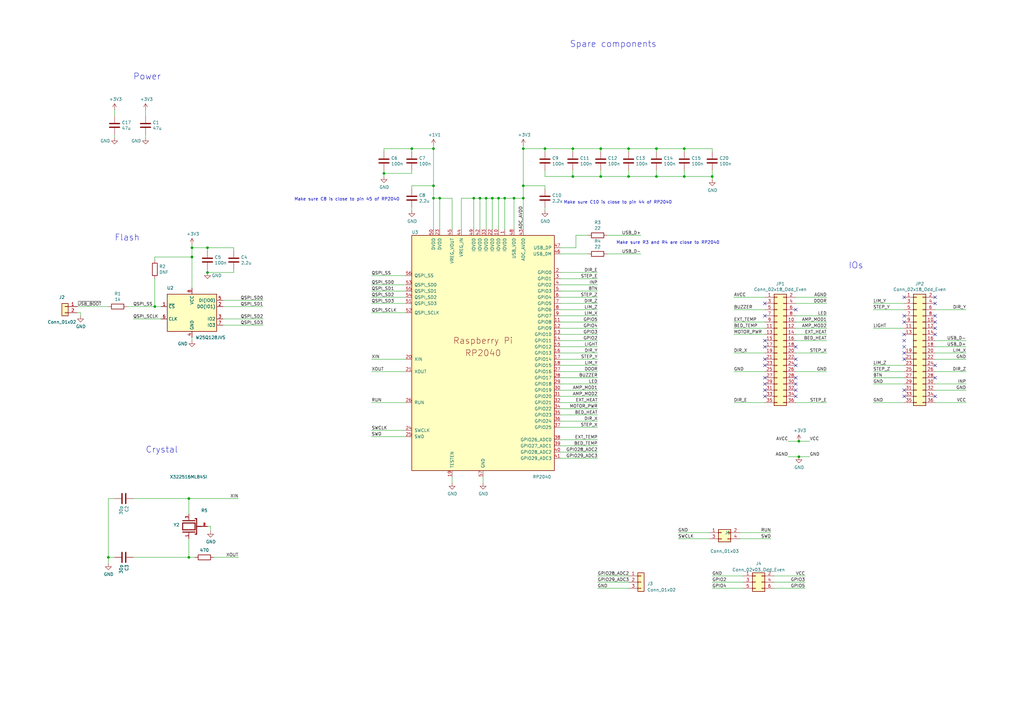
<source format=kicad_sch>
(kicad_sch (version 20230121) (generator eeschema)
  (paper "A3")
  (title_block (title "RP2040 Minimal Design Example") (date "2020-12-18") (rev "REV1") (company "Raspberry Pi (Trading) Ltd"))
  (lib_symbols
    (symbol "Connector_Generic:Conn_01x02" (pin_names (offset 1.016) hide)
      (property "Reference" "J" (at 0 2.54 0))
      (property "Value" "Conn_01x02" (at 0 -5.08 0))
      (symbol "Conn_01x02_1_1"
        (pin passive line (at -5.08 0 0) (length 3.81) (name "Pin_1") (number "1"))
        (pin passive line (at -5.08 -2.54 0) (length 3.81) (name "Pin_2") (number "2"))
      )
    )
    (symbol "Connector_Generic:Conn_01x03" (pin_names (offset 1.016) hide)
      (property "Reference" "J" (at 0 5.08 0))
      (property "Value" "Conn_01x03" (at 0 -5.08 0))
      (symbol "Conn_01x03_1_1"
        (pin passive line (at -5.08 2.54 0) (length 3.81) (name "Pin_1") (number "1"))
        (pin passive line (at -5.08 0 0) (length 3.81) (name "Pin_2") (number "2"))
        (pin passive line (at -5.08 -2.54 0) (length 3.81) (name "Pin_3") (number "3"))
      )
    )
    (symbol "Connector_Generic:Conn_02x02_Odd_Even" (pin_names (offset 1.016) hide)
      (property "Reference" "J" (at 1.27 2.54 0))
      (property "Value" "Conn_02x02_Odd_Even" (at 1.27 -5.08 0))
      (symbol "Conn_02x02_Odd_Even_1_1"
        (pin passive line (at -5.08 0 0) (length 3.81) (name "Pin_1") (number "1"))
        (pin passive line (at 7.62 0 180) (length 3.81) (name "Pin_2") (number "2"))
        (pin passive line (at -5.08 -2.54 0) (length 3.81) (name "Pin_3") (number "3"))
        (pin passive line (at 7.62 -2.54 180) (length 3.81) (name "Pin_4") (number "4"))
      )
    )
    (symbol "Connector_Generic:Conn_02x03_Odd_Even" (pin_names (offset 1.016) hide)
      (property "Reference" "J" (at 1.27 5.08 0))
      (property "Value" "Conn_02x03_Odd_Even" (at 1.27 -5.08 0))
      (symbol "Conn_02x03_Odd_Even_1_1"
        (pin passive line (at -5.08 2.54 0) (length 3.81) (name "Pin_1") (number "1"))
        (pin passive line (at 7.62 2.54 180) (length 3.81) (name "Pin_2") (number "2"))
        (pin passive line (at -5.08 0 0) (length 3.81) (name "Pin_3") (number "3"))
        (pin passive line (at 7.62 0 180) (length 3.81) (name "Pin_4") (number "4"))
        (pin passive line (at -5.08 -2.54 0) (length 3.81) (name "Pin_5") (number "5"))
        (pin passive line (at 7.62 -2.54 180) (length 3.81) (name "Pin_6") (number "6"))
      )
    )
    (symbol "Connector_Generic:Conn_02x18_Odd_Even" (pin_names (offset 1.016) hide)
      (property "Reference" "J" (at 1.27 22.86 0))
      (property "Value" "Conn_02x18_Odd_Even" (at 1.27 -25.4 0))
      (symbol "Conn_02x18_Odd_Even_1_1"
        (pin passive line (at -5.08 20.32 0) (length 3.81) (name "Pin_1") (number "1"))
        (pin passive line (at 7.62 10.16 180) (length 3.81) (name "Pin_10") (number "10"))
        (pin passive line (at -5.08 7.62 0) (length 3.81) (name "Pin_11") (number "11"))
        (pin passive line (at 7.62 7.62 180) (length 3.81) (name "Pin_12") (number "12"))
        (pin passive line (at -5.08 5.08 0) (length 3.81) (name "Pin_13") (number "13"))
        (pin passive line (at 7.62 5.08 180) (length 3.81) (name "Pin_14") (number "14"))
        (pin passive line (at -5.08 2.54 0) (length 3.81) (name "Pin_15") (number "15"))
        (pin passive line (at 7.62 2.54 180) (length 3.81) (name "Pin_16") (number "16"))
        (pin passive line (at -5.08 0 0) (length 3.81) (name "Pin_17") (number "17"))
        (pin passive line (at 7.62 0 180) (length 3.81) (name "Pin_18") (number "18"))
        (pin passive line (at -5.08 -2.54 0) (length 3.81) (name "Pin_19") (number "19"))
        (pin passive line (at 7.62 20.32 180) (length 3.81) (name "Pin_2") (number "2"))
        (pin passive line (at 7.62 -2.54 180) (length 3.81) (name "Pin_20") (number "20"))
        (pin passive line (at -5.08 -5.08 0) (length 3.81) (name "Pin_21") (number "21"))
        (pin passive line (at 7.62 -5.08 180) (length 3.81) (name "Pin_22") (number "22"))
        (pin passive line (at -5.08 -7.62 0) (length 3.81) (name "Pin_23") (number "23"))
        (pin passive line (at 7.62 -7.62 180) (length 3.81) (name "Pin_24") (number "24"))
        (pin passive line (at -5.08 -10.16 0) (length 3.81) (name "Pin_25") (number "25"))
        (pin passive line (at 7.62 -10.16 180) (length 3.81) (name "Pin_26") (number "26"))
        (pin passive line (at -5.08 -12.7 0) (length 3.81) (name "Pin_27") (number "27"))
        (pin passive line (at 7.62 -12.7 180) (length 3.81) (name "Pin_28") (number "28"))
        (pin passive line (at -5.08 -15.24 0) (length 3.81) (name "Pin_29") (number "29"))
        (pin passive line (at -5.08 17.78 0) (length 3.81) (name "Pin_3") (number "3"))
        (pin passive line (at 7.62 -15.24 180) (length 3.81) (name "Pin_30") (number "30"))
        (pin passive line (at -5.08 -17.78 0) (length 3.81) (name "Pin_31") (number "31"))
        (pin passive line (at 7.62 -17.78 180) (length 3.81) (name "Pin_32") (number "32"))
        (pin passive line (at -5.08 -20.32 0) (length 3.81) (name "Pin_33") (number "33"))
        (pin passive line (at 7.62 -20.32 180) (length 3.81) (name "Pin_34") (number "34"))
        (pin passive line (at -5.08 -22.86 0) (length 3.81) (name "Pin_35") (number "35"))
        (pin passive line (at 7.62 -22.86 180) (length 3.81) (name "Pin_36") (number "36"))
        (pin passive line (at 7.62 17.78 180) (length 3.81) (name "Pin_4") (number "4"))
        (pin passive line (at -5.08 15.24 0) (length 3.81) (name "Pin_5") (number "5"))
        (pin passive line (at 7.62 15.24 180) (length 3.81) (name "Pin_6") (number "6"))
        (pin passive line (at -5.08 12.7 0) (length 3.81) (name "Pin_7") (number "7"))
        (pin passive line (at 7.62 12.7 180) (length 3.81) (name "Pin_8") (number "8"))
        (pin passive line (at -5.08 10.16 0) (length 3.81) (name "Pin_9") (number "9"))
      )
    )
    (symbol "Device:C" (pin_numbers hide) (pin_names (offset 0.254))
      (property "Reference" "C" (at 0.635 2.54 0))
      (property "Value" "C" (at 0.635 -2.54 0))
      (symbol "C_1_1"
        (pin passive line (at 0 3.81 270) (length 2.794) (name "~") (number "1"))
        (pin passive line (at 0 -3.81 90) (length 2.794) (name "~") (number "2"))
      )
    )
    (symbol "Device:R" (pin_numbers hide) (pin_names (offset 0))
      (property "Reference" "R" (at 2.032 0 90))
      (property "Value" "R" (at 0 0 90))
      (symbol "R_1_1"
        (pin passive line (at 0 3.81 270) (length 1.27) (name "~") (number "1"))
        (pin passive line (at 0 -3.81 90) (length 1.27) (name "~") (number "2"))
      )
    )
    (symbol "MCU_RaspberryPi_RP2040:RP2040" (pin_names (offset 1.016))
      (property "Reference" "U" (at -29.21 49.53 0))
      (property "Value" "RP2040" (at 24.13 -49.53 0))
      (symbol "RP2040_0_0"
        (text "Raspberry Pi" (at 0 5.08 0) (effects (font (size 2.54 2.54))))
        (text "RP2040" (at 0 0 0) (effects (font (size 2.54 2.54))))
      )
      (symbol "RP2040_1_1"
        (pin power_in line (at 8.89 50.8 270) (length 2.54) (name "IOVDD") (number "1"))
        (pin power_in line (at 6.35 50.8 270) (length 2.54) (name "IOVDD") (number "10"))
        (pin bidirectional line (at 31.75 12.7 180) (length 2.54) (name "GPIO8") (number "11"))
        (pin bidirectional line (at 31.75 10.16 180) (length 2.54) (name "GPIO9") (number "12"))
        (pin bidirectional line (at 31.75 7.62 180) (length 2.54) (name "GPIO10") (number "13"))
        (pin bidirectional line (at 31.75 5.08 180) (length 2.54) (name "GPIO11") (number "14"))
        (pin bidirectional line (at 31.75 2.54 180) (length 2.54) (name "GPIO12") (number "15"))
        (pin bidirectional line (at 31.75 0 180) (length 2.54) (name "GPIO13") (number "16"))
        (pin bidirectional line (at 31.75 -2.54 180) (length 2.54) (name "GPIO14") (number "17"))
        (pin bidirectional line (at 31.75 -5.08 180) (length 2.54) (name "GPIO15") (number "18"))
        (pin passive line (at -12.7 -50.8 90) (length 2.54) (name "TESTEN") (number "19"))
        (pin bidirectional line (at 31.75 33.02 180) (length 2.54) (name "GPIO0") (number "2"))
        (pin input line (at -31.75 -2.54 0) (length 2.54) (name "XIN") (number "20"))
        (pin passive line (at -31.75 -7.62 0) (length 2.54) (name "XOUT") (number "21"))
        (pin power_in line (at 3.81 50.8 270) (length 2.54) (name "IOVDD") (number "22"))
        (pin power_in line (at -17.78 50.8 270) (length 2.54) (name "DVDD") (number "23"))
        (pin output line (at -31.75 -31.75 0) (length 2.54) (name "SWCLK") (number "24"))
        (pin bidirectional line (at -31.75 -34.29 0) (length 2.54) (name "SWD") (number "25"))
        (pin input line (at -31.75 -20.32 0) (length 2.54) (name "RUN") (number "26"))
        (pin bidirectional line (at 31.75 -7.62 180) (length 2.54) (name "GPIO16") (number "27"))
        (pin bidirectional line (at 31.75 -10.16 180) (length 2.54) (name "GPIO17") (number "28"))
        (pin bidirectional line (at 31.75 -12.7 180) (length 2.54) (name "GPIO18") (number "29"))
        (pin bidirectional line (at 31.75 30.48 180) (length 2.54) (name "GPIO1") (number "3"))
        (pin bidirectional line (at 31.75 -15.24 180) (length 2.54) (name "GPIO19") (number "30"))
        (pin bidirectional line (at 31.75 -17.78 180) (length 2.54) (name "GPIO20") (number "31"))
        (pin bidirectional line (at 31.75 -20.32 180) (length 2.54) (name "GPIO21") (number "32"))
        (pin power_in line (at 1.27 50.8 270) (length 2.54) (name "IOVDD") (number "33"))
        (pin bidirectional line (at 31.75 -22.86 180) (length 2.54) (name "GPIO22") (number "34"))
        (pin bidirectional line (at 31.75 -25.4 180) (length 2.54) (name "GPIO23") (number "35"))
        (pin bidirectional line (at 31.75 -27.94 180) (length 2.54) (name "GPIO24") (number "36"))
        (pin bidirectional line (at 31.75 -30.48 180) (length 2.54) (name "GPIO25") (number "37"))
        (pin bidirectional line (at 31.75 -35.56 180) (length 2.54) (name "GPIO26_ADC0") (number "38"))
        (pin bidirectional line (at 31.75 -38.1 180) (length 2.54) (name "GPIO27_ADC1") (number "39"))
        (pin bidirectional line (at 31.75 27.94 180) (length 2.54) (name "GPIO2") (number "4"))
        (pin bidirectional line (at 31.75 -40.64 180) (length 2.54) (name "GPIO28_ADC2") (number "40"))
        (pin bidirectional line (at 31.75 -43.18 180) (length 2.54) (name "GPIO29_ADC3") (number "41"))
        (pin power_in line (at -1.27 50.8 270) (length 2.54) (name "IOVDD") (number "42"))
        (pin power_in line (at 16.51 50.8 270) (length 2.54) (name "ADC_AVDD") (number "43"))
        (pin power_in line (at -8.89 50.8 270) (length 2.54) (name "VREG_IN") (number "44"))
        (pin power_out line (at -12.7 50.8 270) (length 2.54) (name "VREG_VOUT") (number "45"))
        (pin bidirectional line (at 31.75 40.64 180) (length 2.54) (name "USB_DM") (number "46"))
        (pin bidirectional line (at 31.75 43.18 180) (length 2.54) (name "USB_DP") (number "47"))
        (pin power_in line (at 12.7 50.8 270) (length 2.54) (name "USB_VDD") (number "48"))
        (pin power_in line (at -3.81 50.8 270) (length 2.54) (name "IOVDD") (number "49"))
        (pin bidirectional line (at 31.75 25.4 180) (length 2.54) (name "GPIO3") (number "5"))
        (pin power_in line (at -20.32 50.8 270) (length 2.54) (name "DVDD") (number "50"))
        (pin bidirectional line (at -31.75 20.32 0) (length 2.54) (name "QSPI_SD3") (number "51"))
        (pin output line (at -31.75 16.51 0) (length 2.54) (name "QSPI_SCLK") (number "52"))
        (pin bidirectional line (at -31.75 27.94 0) (length 2.54) (name "QSPI_SD0") (number "53"))
        (pin bidirectional line (at -31.75 22.86 0) (length 2.54) (name "QSPI_SD2") (number "54"))
        (pin bidirectional line (at -31.75 25.4 0) (length 2.54) (name "QSPI_SD1") (number "55"))
        (pin bidirectional line (at -31.75 31.75 0) (length 2.54) (name "QSPI_SS") (number "56"))
        (pin power_in line (at 0 -50.8 90) (length 2.54) (name "GND") (number "57"))
        (pin bidirectional line (at 31.75 22.86 180) (length 2.54) (name "GPIO4") (number "6"))
        (pin bidirectional line (at 31.75 20.32 180) (length 2.54) (name "GPIO5") (number "7"))
        (pin bidirectional line (at 31.75 17.78 180) (length 2.54) (name "GPIO6") (number "8"))
        (pin bidirectional line (at 31.75 15.24 180) (length 2.54) (name "GPIO7") (number "9"))
      )
    )
    (symbol "Memory_Flash:W25Q128JVS"
      (property "Reference" "U" (at -8.89 8.89 0))
      (property "Value" "W25Q128JVS" (at 7.62 8.89 0))
      (symbol "W25Q128JVS_1_1"
        (pin input line (at -12.7 2.54 0) (length 2.54) (name "~{CS}") (number "1"))
        (pin bidirectional line (at 12.7 2.54 180) (length 2.54) (name "DO(IO1)") (number "2"))
        (pin bidirectional line (at 12.7 -2.54 180) (length 2.54) (name "IO2") (number "3"))
        (pin power_in line (at 0 -10.16 90) (length 2.54) (name "GND") (number "4"))
        (pin bidirectional line (at 12.7 5.08 180) (length 2.54) (name "DI(IO0)") (number "5"))
        (pin input line (at -12.7 -2.54 0) (length 2.54) (name "CLK") (number "6"))
        (pin bidirectional line (at 12.7 -5.08 180) (length 2.54) (name "IO3") (number "7"))
        (pin power_in line (at 0 10.16 270) (length 2.54) (name "VCC") (number "8"))
      )
    )
    (symbol "X322516MLB4SI:X322516MLB4SI" (pin_names (offset 1.016))
      (property "Reference" "Y" (at -5.08 6.35 0))
      (property "Value" "X322516MLB4SI" (at -5.08 3.81 0))
      (symbol "X322516MLB4SI_0_0"
        (pin passive line (at -5.08 0 0) (length 2.54) (name "~") (number "1"))
        (pin power_in line (at 0 -7.62 90) (length 2.54) (name "~") (number "2"))
        (pin passive line (at 5.08 0 180) (length 2.54) (name "~") (number "3"))
        (pin power_in line (at 0 -7.62 90) (length 2.54) (name "~") (number "4"))
      )
    )
    (symbol "custom:Conn_02x18_Odd_Even_exc_pins15_17" (pin_names (offset 1.016) hide)
      (property "Reference" "JP2" (at 1.27 25.8318 0))
      (property "Value" "Conn_02x18_Odd_Even" (at 1.27 23.5204 0))
      (symbol "Conn_02x18_Odd_Even_exc_pins15_17_1_1"
        (pin passive line (at -5.08 20.32 0) (length 3.81) (name "Pin_1") (number "1"))
        (pin passive line (at 7.62 10.16 180) (length 3.81) (name "Pin_10") (number "10"))
        (pin passive line (at -5.08 7.62 0) (length 3.81) (name "Pin_11") (number "11"))
        (pin passive line (at 7.62 7.62 180) (length 3.81) (name "Pin_12") (number "12"))
        (pin passive line (at -5.08 5.08 0) (length 3.81) (name "Pin_13") (number "13"))
        (pin passive line (at 7.62 5.08 180) (length 3.81) (name "Pin_14") (number "14"))
        (pin passive line (at 7.62 2.54 180) (length 3.81) (name "Pin_16") (number "16"))
        (pin passive line (at 7.62 0 180) (length 3.81) (name "Pin_18") (number "18"))
        (pin passive line (at -5.08 -2.54 0) (length 3.81) (name "Pin_19") (number "19"))
        (pin passive line (at 7.62 20.32 180) (length 3.81) (name "Pin_2") (number "2"))
        (pin passive line (at 7.62 -2.54 180) (length 3.81) (name "Pin_20") (number "20"))
        (pin passive line (at -5.08 -5.08 0) (length 3.81) (name "Pin_21") (number "21"))
        (pin passive line (at 7.62 -5.08 180) (length 3.81) (name "Pin_22") (number "22"))
        (pin passive line (at -5.08 -7.62 0) (length 3.81) (name "Pin_23") (number "23"))
        (pin passive line (at 7.62 -7.62 180) (length 3.81) (name "Pin_24") (number "24"))
        (pin passive line (at -5.08 -10.16 0) (length 3.81) (name "Pin_25") (number "25"))
        (pin passive line (at 7.62 -10.16 180) (length 3.81) (name "Pin_26") (number "26"))
        (pin passive line (at -5.08 -12.7 0) (length 3.81) (name "Pin_27") (number "27"))
        (pin passive line (at 7.62 -12.7 180) (length 3.81) (name "Pin_28") (number "28"))
        (pin passive line (at -5.08 -15.24 0) (length 3.81) (name "Pin_29") (number "29"))
        (pin passive line (at -5.08 17.78 0) (length 3.81) (name "Pin_3") (number "3"))
        (pin passive line (at 7.62 -15.24 180) (length 3.81) (name "Pin_30") (number "30"))
        (pin passive line (at -5.08 -17.78 0) (length 3.81) (name "Pin_31") (number "31"))
        (pin passive line (at 7.62 -17.78 180) (length 3.81) (name "Pin_32") (number "32"))
        (pin passive line (at -5.08 -20.32 0) (length 3.81) (name "Pin_33") (number "33"))
        (pin passive line (at 7.62 -20.32 180) (length 3.81) (name "Pin_34") (number "34"))
        (pin passive line (at -5.08 -22.86 0) (length 3.81) (name "Pin_35") (number "35"))
        (pin passive line (at 7.62 -22.86 180) (length 3.81) (name "Pin_36") (number "36"))
        (pin passive line (at 7.62 17.78 180) (length 3.81) (name "Pin_4") (number "4"))
        (pin passive line (at -5.08 15.24 0) (length 3.81) (name "Pin_5") (number "5"))
        (pin passive line (at 7.62 15.24 180) (length 3.81) (name "Pin_6") (number "6"))
        (pin passive line (at -5.08 12.7 0) (length 3.81) (name "Pin_7") (number "7"))
        (pin passive line (at 7.62 12.7 180) (length 3.81) (name "Pin_8") (number "8"))
        (pin passive line (at -5.08 10.16 0) (length 3.81) (name "Pin_9") (number "9"))
      )
    )
    (symbol "power:+1V1" (power) (pin_names (offset 0))
      (property "Value" "+1V1" (at 0 3.556 0))
      (symbol "+1V1_1_1"
        (pin power_in line (at 0 0 90) (length 0) hide (name "+1V1") (number "1"))
      )
    )
    (symbol "power:+3V3" (power) (pin_names (offset 0))
      (property "Value" "+3V3" (at 0 3.556 0))
      (symbol "+3V3_1_1"
        (pin power_in line (at 0 0 90) (length 0) hide (name "+3V3") (number "1"))
      )
    )
    (symbol "power:GND" (power) (pin_names (offset 0))
      (property "Value" "GND" (at 0 -3.81 0))
      (symbol "GND_1_1"
        (pin power_in line (at 0 0 270) (length 0) hide (name "GND") (number "1"))
      )
    )
  )
  (junction (at 78.74 105.41))
  (junction (at 246.38 72.39))
  (junction (at 177.8 60.96))
  (junction (at 78.74 101.6))
  (junction (at 234.95 72.39))
  (junction (at 214.63 60.96))
  (junction (at 168.91 60.96))
  (junction (at 246.38 60.96))
  (junction (at 269.24 72.39))
  (junction (at 196.85 81.28))
  (junction (at 257.81 72.39))
  (junction (at 157.48 71.12))
  (junction (at 199.39 81.28))
  (junction (at 63.5 125.73))
  (junction (at 85.09 111.76))
  (junction (at 77.47 228.6))
  (junction (at 77.47 204.47))
  (junction (at 207.01 81.28))
  (junction (at 210.82 81.28))
  (junction (at 44.45 228.6))
  (junction (at 292.1 72.39))
  (junction (at 214.63 81.28))
  (junction (at 180.34 81.28))
  (junction (at 280.67 60.96))
  (junction (at 269.24 60.96))
  (junction (at 194.31 81.28))
  (junction (at 177.8 81.28))
  (junction (at 85.09 101.6))
  (junction (at 257.81 60.96))
  (junction (at 234.95 60.96))
  (junction (at 201.93 81.28))
  (junction (at 214.63 76.2))
  (junction (at 327.66 180.975))
  (junction (at 223.52 60.96))
  (junction (at 204.47 81.28))
  (junction (at 327.66 187.325))
  (junction (at 177.8 76.2))
  (junction (at 280.67 72.39))
  (no_connect (at 313.69 129.54))
  (no_connect (at 370.84 147.32))
  (no_connect (at 326.39 157.48))
  (no_connect (at 313.69 154.94))
  (no_connect (at 326.39 142.24))
  (no_connect (at 326.39 147.32))
  (no_connect (at 370.84 144.78))
  (no_connect (at 370.84 121.92))
  (no_connect (at 313.69 157.48))
  (no_connect (at 313.69 162.56))
  (no_connect (at 370.84 142.24))
  (no_connect (at 370.84 129.54))
  (no_connect (at 370.84 162.56))
  (no_connect (at 370.84 137.16))
  (no_connect (at 370.84 132.08))
  (no_connect (at 313.69 139.7))
  (no_connect (at 313.69 142.24))
  (no_connect (at 383.54 134.62))
  (no_connect (at 383.54 137.16))
  (no_connect (at 383.54 154.94))
  (no_connect (at 383.54 149.86))
  (no_connect (at 383.54 162.56))
  (no_connect (at 383.54 132.08))
  (no_connect (at 383.54 129.54))
  (no_connect (at 383.54 121.92))
  (no_connect (at 383.54 124.46))
  (no_connect (at 313.69 160.02))
  (no_connect (at 326.39 160.02))
  (no_connect (at 326.39 149.86))
  (no_connect (at 326.39 162.56))
  (no_connect (at 326.39 154.94))
  (no_connect (at 326.39 127))
  (no_connect (at 313.69 124.46))
  (no_connect (at 313.69 149.86))
  (no_connect (at 313.69 147.32))
  (no_connect (at 370.84 139.7))
  (no_connect (at 370.84 160.02))
  (wire (pts (xy 177.8 81.28) (xy 177.8 93.98)))
  (wire (pts (xy 207.01 81.28) (xy 207.01 93.98)))
  (wire (pts (xy 185.42 81.28) (xy 180.34 81.28)))
  (wire (pts (xy 383.54 139.7) (xy 396.24 139.7)))
  (wire (pts (xy 303.53 218.44) (xy 316.23 218.44)))
  (wire (pts (xy 229.87 152.4) (xy 245.11 152.4)))
  (wire (pts (xy 85.09 110.49) (xy 85.09 111.76)))
  (wire (pts (xy 189.23 81.28) (xy 194.31 81.28)))
  (wire (pts (xy 229.87 147.32) (xy 245.11 147.32)))
  (wire (pts (xy 327.66 187.325) (xy 323.215 187.325)))
  (wire (pts (xy 292.1 241.3) (xy 304.8 241.3)))
  (wire (pts (xy 85.09 111.76) (xy 95.885 111.76)))
  (wire (pts (xy 33.02 128.27) (xy 33.02 129.54)))
  (wire (pts (xy 229.87 114.3) (xy 245.11 114.3)))
  (wire (pts (xy 290.83 220.98) (xy 278.13 220.98)))
  (wire (pts (xy 248.92 104.14) (xy 262.89 104.14)))
  (wire (pts (xy 85.09 101.6) (xy 78.74 101.6)))
  (wire (pts (xy 269.24 62.23) (xy 269.24 60.96)))
  (wire (pts (xy 339.09 144.78) (xy 326.39 144.78)))
  (wire (pts (xy 210.82 93.98) (xy 210.82 81.28)))
  (wire (pts (xy 370.84 154.94) (xy 358.14 154.94)))
  (wire (pts (xy 46.99 204.47) (xy 44.45 204.47)))
  (wire (pts (xy 229.87 139.7) (xy 245.11 139.7)))
  (wire (pts (xy 229.87 104.14) (xy 241.3 104.14)))
  (wire (pts (xy 300.99 152.4) (xy 313.69 152.4)))
  (wire (pts (xy 330.2 236.22) (xy 317.5 236.22)))
  (wire (pts (xy 78.74 138.43) (xy 78.74 139.7)))
  (wire (pts (xy 223.52 60.96) (xy 234.95 60.96)))
  (wire (pts (xy 168.91 85.09) (xy 168.91 86.36)))
  (wire (pts (xy 77.47 204.47) (xy 97.79 204.47)))
  (wire (pts (xy 292.1 238.76) (xy 304.8 238.76)))
  (wire (pts (xy 292.1 72.39) (xy 292.1 73.66)))
  (wire (pts (xy 180.34 93.98) (xy 180.34 81.28)))
  (wire (pts (xy 229.87 185.42) (xy 245.11 185.42)))
  (wire (pts (xy 177.8 76.2) (xy 177.8 81.28)))
  (wire (pts (xy 229.87 165.1) (xy 245.11 165.1)))
  (wire (pts (xy 214.63 76.2) (xy 223.52 76.2)))
  (wire (pts (xy 152.4 121.92) (xy 166.37 121.92)))
  (wire (pts (xy 207.01 81.28) (xy 210.82 81.28)))
  (wire (pts (xy 339.09 132.08) (xy 326.39 132.08)))
  (wire (pts (xy 168.91 76.2) (xy 177.8 76.2)))
  (wire (pts (xy 292.1 62.23) (xy 292.1 60.96)))
  (wire (pts (xy 229.87 137.16) (xy 245.11 137.16)))
  (wire (pts (xy 327.66 180.975) (xy 332.105 180.975)))
  (wire (pts (xy 54.61 228.6) (xy 77.47 228.6)))
  (wire (pts (xy 229.87 132.08) (xy 245.11 132.08)))
  (wire (pts (xy 214.63 81.28) (xy 214.63 93.98)))
  (wire (pts (xy 31.75 128.27) (xy 33.02 128.27)))
  (wire (pts (xy 246.38 69.85) (xy 246.38 72.39)))
  (wire (pts (xy 194.31 93.98) (xy 194.31 81.28)))
  (wire (pts (xy 383.54 165.1) (xy 396.2705 165.1)))
  (wire (pts (xy 91.44 133.35) (xy 107.95 133.35)))
  (wire (pts (xy 383.54 160.02) (xy 396.24 160.02)))
  (wire (pts (xy 246.38 62.23) (xy 246.38 60.96)))
  (wire (pts (xy 248.92 96.52) (xy 262.89 96.52)))
  (wire (pts (xy 166.37 128.27) (xy 152.4 128.27)))
  (wire (pts (xy 95.885 110.49) (xy 95.885 111.76)))
  (wire (pts (xy 189.23 93.98) (xy 189.23 81.28)))
  (wire (pts (xy 280.67 72.39) (xy 269.24 72.39)))
  (wire (pts (xy 339.09 139.7) (xy 326.39 139.7)))
  (wire (pts (xy 236.22 96.52) (xy 241.3 96.52)))
  (wire (pts (xy 229.87 142.24) (xy 245.11 142.24)))
  (wire (pts (xy 180.34 81.28) (xy 177.8 81.28)))
  (wire (pts (xy 292.1 236.22) (xy 304.8 236.22)))
  (wire (pts (xy 157.48 60.96) (xy 168.91 60.96)))
  (wire (pts (xy 313.69 127) (xy 300.99 127)))
  (wire (pts (xy 229.87 157.48) (xy 245.11 157.48)))
  (wire (pts (xy 214.63 60.96) (xy 214.63 76.2)))
  (wire (pts (xy 168.91 71.12) (xy 168.91 69.85)))
  (wire (pts (xy 269.24 69.85) (xy 269.24 72.39)))
  (wire (pts (xy 63.5 105.41) (xy 78.74 105.41)))
  (wire (pts (xy 229.87 172.72) (xy 245.11 172.72)))
  (wire (pts (xy 339.09 124.46) (xy 326.39 124.46)))
  (wire (pts (xy 85.09 102.87) (xy 85.09 101.6)))
  (wire (pts (xy 201.93 93.98) (xy 201.93 81.28)))
  (wire (pts (xy 166.37 176.53) (xy 152.4 176.53)))
  (wire (pts (xy 229.87 187.96) (xy 245.11 187.96)))
  (wire (pts (xy 166.37 179.07) (xy 152.4 179.07)))
  (wire (pts (xy 166.37 113.03) (xy 152.4 113.03)))
  (wire (pts (xy 196.85 93.98) (xy 196.85 81.28)))
  (wire (pts (xy 46.99 45.085) (xy 46.99 47.625)))
  (wire (pts (xy 229.87 170.18) (xy 245.11 170.18)))
  (wire (pts (xy 223.52 69.85) (xy 223.52 72.39)))
  (wire (pts (xy 245.11 236.22) (xy 257.81 236.22)))
  (wire (pts (xy 63.5 106.68) (xy 63.5 105.41)))
  (wire (pts (xy 223.52 85.09) (xy 223.52 86.36)))
  (wire (pts (xy 157.48 69.85) (xy 157.48 71.12)))
  (wire (pts (xy 229.87 154.94) (xy 245.11 154.94)))
  (wire (pts (xy 383.54 127) (xy 396.24 127)))
  (wire (pts (xy 63.5 125.73) (xy 66.04 125.73)))
  (wire (pts (xy 44.45 125.73) (xy 31.75 125.73)))
  (wire (pts (xy 168.91 62.23) (xy 168.91 60.96)))
  (wire (pts (xy 313.69 132.08) (xy 300.99 132.08)))
  (wire (pts (xy 223.52 77.47) (xy 223.52 76.2)))
  (wire (pts (xy 327.66 180.975) (xy 323.215 180.975)))
  (wire (pts (xy 44.45 204.47) (xy 44.45 228.6)))
  (wire (pts (xy 370.84 152.4) (xy 358.14 152.4)))
  (wire (pts (xy 229.87 180.34) (xy 245.11 180.34)))
  (wire (pts (xy 383.54 147.32) (xy 396.24 147.32)))
  (wire (pts (xy 313.69 134.62) (xy 300.99 134.62)))
  (wire (pts (xy 77.47 228.6) (xy 80.01 228.6)))
  (wire (pts (xy 370.84 127) (xy 358.14 127)))
  (wire (pts (xy 223.52 62.23) (xy 223.52 60.96)))
  (wire (pts (xy 292.1 60.96) (xy 280.67 60.96)))
  (wire (pts (xy 229.87 160.02) (xy 245.11 160.02)))
  (wire (pts (xy 91.44 125.73) (xy 107.95 125.73)))
  (wire (pts (xy 78.74 101.6) (xy 78.74 105.41)))
  (wire (pts (xy 383.54 157.48) (xy 396.2705 157.48)))
  (wire (pts (xy 229.87 134.62) (xy 245.11 134.62)))
  (wire (pts (xy 59.69 55.245) (xy 59.69 56.515)))
  (wire (pts (xy 157.48 62.23) (xy 157.48 60.96)))
  (wire (pts (xy 152.4 124.46) (xy 166.37 124.46)))
  (wire (pts (xy 292.1 69.85) (xy 292.1 72.39)))
  (wire (pts (xy 339.09 134.62) (xy 326.39 134.62)))
  (wire (pts (xy 210.82 81.28) (xy 214.63 81.28)))
  (wire (pts (xy 339.09 152.4) (xy 326.39 152.4)))
  (wire (pts (xy 152.4 119.38) (xy 166.37 119.38)))
  (wire (pts (xy 87.63 228.6) (xy 97.79 228.6)))
  (wire (pts (xy 229.87 149.86) (xy 245.11 149.86)))
  (wire (pts (xy 63.5 114.3) (xy 63.5 125.73)))
  (wire (pts (xy 168.91 77.47) (xy 168.91 76.2)))
  (wire (pts (xy 229.87 101.6) (xy 236.22 101.6)))
  (wire (pts (xy 46.99 55.245) (xy 46.99 56.515)))
  (wire (pts (xy 214.63 59.69) (xy 214.63 60.96)))
  (wire (pts (xy 152.4 147.32) (xy 166.37 147.32)))
  (wire (pts (xy 204.47 81.28) (xy 207.01 81.28)))
  (wire (pts (xy 317.5 241.3) (xy 330.2 241.3)))
  (wire (pts (xy 185.42 195.58) (xy 185.42 198.12)))
  (wire (pts (xy 229.87 182.88) (xy 245.11 182.88)))
  (wire (pts (xy 177.8 60.96) (xy 177.8 76.2)))
  (wire (pts (xy 229.87 162.56) (xy 245.11 162.56)))
  (wire (pts (xy 54.61 204.47) (xy 77.47 204.47)))
  (wire (pts (xy 303.53 220.98) (xy 316.23 220.98)))
  (wire (pts (xy 78.74 105.41) (xy 78.74 118.11)))
  (wire (pts (xy 204.47 93.98) (xy 204.47 81.28)))
  (wire (pts (xy 177.8 59.69) (xy 177.8 60.96)))
  (wire (pts (xy 229.87 111.76) (xy 245.11 111.76)))
  (wire (pts (xy 327.66 187.325) (xy 332.105 187.325)))
  (wire (pts (xy 77.47 204.47) (xy 77.47 210.82)))
  (wire (pts (xy 201.93 81.28) (xy 204.47 81.28)))
  (wire (pts (xy 370.84 165.1) (xy 358.14 165.1)))
  (wire (pts (xy 278.13 218.44) (xy 290.83 218.44)))
  (wire (pts (xy 168.91 60.96) (xy 177.8 60.96)))
  (wire (pts (xy 185.42 93.98) (xy 185.42 81.28)))
  (wire (pts (xy 91.44 123.19) (xy 107.95 123.19)))
  (wire (pts (xy 229.87 129.54) (xy 245.11 129.54)))
  (wire (pts (xy 157.48 71.12) (xy 157.48 72.39)))
  (wire (pts (xy 257.81 69.85) (xy 257.81 72.39)))
  (wire (pts (xy 229.87 127) (xy 245.11 127)))
  (wire (pts (xy 370.84 157.48) (xy 358.14 157.48)))
  (wire (pts (xy 196.85 81.28) (xy 199.39 81.28)))
  (wire (pts (xy 300.99 165.1) (xy 313.69 165.1)))
  (wire (pts (xy 229.87 167.64) (xy 245.11 167.64)))
  (wire (pts (xy 54.61 130.81) (xy 66.04 130.81)))
  (wire (pts (xy 269.24 72.39) (xy 257.81 72.39)))
  (wire (pts (xy 257.81 241.3) (xy 245.11 241.3)))
  (wire (pts (xy 339.09 129.54) (xy 326.39 129.54)))
  (wire (pts (xy 313.69 137.16) (xy 300.99 137.16)))
  (wire (pts (xy 166.37 165.1) (xy 152.4 165.1)))
  (wire (pts (xy 229.87 121.92) (xy 245.11 121.92)))
  (wire (pts (xy 246.38 72.39) (xy 234.95 72.39)))
  (wire (pts (xy 339.09 165.1) (xy 326.39 165.1)))
  (wire (pts (xy 300.99 144.78) (xy 313.69 144.78)))
  (wire (pts (xy 370.84 134.62) (xy 358.14 134.62)))
  (wire (pts (xy 229.87 144.78) (xy 245.11 144.78)))
  (wire (pts (xy 234.95 72.39) (xy 223.52 72.39)))
  (wire (pts (xy 234.95 62.23) (xy 234.95 60.96)))
  (wire (pts (xy 245.11 238.76) (xy 257.81 238.76)))
  (wire (pts (xy 280.67 62.23) (xy 280.67 60.96)))
  (wire (pts (xy 229.87 116.84) (xy 245.11 116.84)))
  (wire (pts (xy 86.36 215.9) (xy 86.36 217.805)))
  (wire (pts (xy 86.36 215.9) (xy 85.09 215.9)))
  (wire (pts (xy 214.63 60.96) (xy 223.52 60.96)))
  (wire (pts (xy 95.885 101.6) (xy 85.09 101.6)))
  (wire (pts (xy 229.87 119.38) (xy 245.11 119.38)))
  (wire (pts (xy 152.4 116.84) (xy 166.37 116.84)))
  (wire (pts (xy 52.07 125.73) (xy 63.5 125.73)))
  (wire (pts (xy 339.09 137.16) (xy 326.39 137.16)))
  (wire (pts (xy 78.74 100.33) (xy 78.74 101.6)))
  (wire (pts (xy 383.54 142.24) (xy 396.24 142.24)))
  (wire (pts (xy 330.2 238.76) (xy 317.5 238.76)))
  (wire (pts (xy 44.45 228.6) (xy 44.45 231.14)))
  (wire (pts (xy 280.67 72.39) (xy 292.1 72.39)))
  (wire (pts (xy 370.84 124.46) (xy 358.14 124.46)))
  (wire (pts (xy 198.12 195.58) (xy 198.12 198.12)))
  (wire (pts (xy 166.37 152.4) (xy 152.4 152.4)))
  (wire (pts (xy 236.22 96.52) (xy 236.22 101.6)))
  (wire (pts (xy 257.81 72.39) (xy 246.38 72.39)))
  (wire (pts (xy 199.39 81.28) (xy 201.93 81.28)))
  (wire (pts (xy 95.885 102.87) (xy 95.885 101.6)))
  (wire (pts (xy 313.69 121.92) (xy 300.99 121.92)))
  (wire (pts (xy 46.99 228.6) (xy 44.45 228.6)))
  (wire (pts (xy 91.44 130.81) (xy 107.95 130.81)))
  (wire (pts (xy 370.84 149.86) (xy 358.14 149.86)))
  (wire (pts (xy 339.09 121.92) (xy 326.39 121.92)))
  (wire (pts (xy 269.24 60.96) (xy 280.67 60.96)))
  (wire (pts (xy 257.81 60.96) (xy 269.24 60.96)))
  (wire (pts (xy 234.95 69.85) (xy 234.95 72.39)))
  (wire (pts (xy 229.87 124.46) (xy 245.11 124.46)))
  (wire (pts (xy 229.87 175.26) (xy 245.11 175.26)))
  (wire (pts (xy 157.48 71.12) (xy 168.91 71.12)))
  (wire (pts (xy 77.47 220.98) (xy 77.47 228.6)))
  (wire (pts (xy 383.54 144.78) (xy 396.24 144.78)))
  (wire (pts (xy 280.67 69.85) (xy 280.67 72.39)))
  (wire (pts (xy 59.69 45.085) (xy 59.69 47.625)))
  (wire (pts (xy 257.81 62.23) (xy 257.81 60.96)))
  (wire (pts (xy 383.54 152.4) (xy 396.2705 152.4)))
  (wire (pts (xy 246.38 60.96) (xy 257.81 60.96)))
  (wire (pts (xy 214.63 76.2) (xy 214.63 81.28)))
  (wire (pts (xy 199.39 93.98) (xy 199.39 81.28)))
  (wire (pts (xy 234.95 60.96) (xy 246.38 60.96)))
  (wire (pts (xy 194.31 81.28) (xy 196.85 81.28)))
  (text "Make sure C8 is close to pin 45 of RP2040" (at 120.65 82.55 0) (effects (font (size 1.27 1.27)) (justify left bottom)))
  (text "Make sure C10 is close to pin 44 of RP2040" (at 231.14 83.82 0) (effects (font (size 1.27 1.27)) (justify left bottom)))
  (text "Flash" (at 46.99 99.06 0) (effects (font (size 2.54 2.54)) (justify left bottom)))
  (text "IOs" (at 347.98 110.49 0) (effects (font (size 2.54 2.54)) (justify left bottom)))
  (text "Spare components" (at 233.68 19.685 0) (effects (font (size 2.54 2.54)) (justify left bottom)))
  (text "Crystal" (at 59.69 186.055 0) (effects (font (size 2.54 2.54)) (justify left bottom)))
  (text "Power" (at 54.61 33.02 0) (effects (font (size 2.54 2.54)) (justify left bottom)))
  (text "Make sure R3 and R4 are close to RP2040" (at 252.73 100.33 0) (effects (font (size 1.27 1.27)) (justify left bottom)))
  (label "EXT_HEAT" (at 245.11 165.1 180))
  (label "QSPI_SD1" (at 107.95 125.73 180))
  (label "QSPI_SD2" (at 152.4 121.92 0))
  (label "AVCC" (at 300.99 121.92 0))
  (label "LIGHT" (at 358.14 134.62 0))
  (label "GND" (at 339.09 152.4 180))
  (label "RUN" (at 316.23 218.44 180))
  (label "XOUT" (at 97.79 228.6 180))
  (label "LED" (at 339.09 129.54 180))
  (label "QSPI_SCLK" (at 152.4 128.27 0))
  (label "EXT_TEMP" (at 245.11 180.34 180))
  (label "QSPI_SS" (at 54.61 125.73 0))
  (label "STEP_E" (at 245.11 114.3 180))
  (label "GPIO4" (at 292.1 241.3 0))
  (label "LIM_Z" (at 245.11 127 180))
  (label "GND" (at 292.1 236.22 0))
  (label "INP" (at 245.11 116.84 180))
  (label "STEP_Y" (at 245.11 147.32 180))
  (label "AMP_MOD1" (at 245.11 160.02 180))
  (label "GPIO5" (at 330.2 241.3 180))
  (label "QSPI_SCLK" (at 54.61 130.81 0))
  (label "USB_D+" (at 396.24 142.24 180))
  (label "DOOR" (at 339.09 124.46 180))
  (label "GND" (at 358.14 165.1 0))
  (label "LIM_Y" (at 358.14 124.46 0))
  (label "GND" (at 300.99 152.4 0))
  (label "STEP_X" (at 245.11 175.26 180))
  (label "BED_HEAT" (at 245.11 170.18 180))
  (label "GPIO28_ADC2" (at 245.11 236.22 0))
  (label "DIR_Z" (at 396.24 152.4 180))
  (label "AVCC" (at 323.215 180.975 180))
  (label "AGND" (at 323.215 187.325 180))
  (label "~{USB_BOOT}" (at 31.75 125.73 0))
  (label "USB_D-" (at 396.24 139.7 180))
  (label "BED_TEMP" (at 245.11 182.88 180))
  (label "QSPI_SS" (at 152.4 113.03 0))
  (label "GPIO29_ADC3" (at 245.11 187.96 180))
  (label "AMP_MOD1" (at 339.09 132.08 180))
  (label "STEP_Z" (at 245.11 121.92 180))
  (label "BED_TEMP" (at 300.99 134.62 0))
  (label "DIR_Y" (at 396.24 127 180))
  (label "EXT_HEAT" (at 339.09 137.16 180))
  (label "ADC_AVDD" (at 214.63 93.98 90))
  (label "BUZZER" (at 300.99 127 0))
  (label "QSPI_SD0" (at 107.95 123.19 180))
  (label "MOTOR_PWR" (at 300.99 137.16 0))
  (label "QSPI_SD3" (at 107.95 133.35 180))
  (label "AGND" (at 339.09 121.92 180))
  (label "GND" (at 245.11 241.3 0))
  (label "SWD" (at 152.4 179.07 0))
  (label "AMP_MOD2" (at 245.11 162.56 180))
  (label "DIR_X" (at 245.11 172.72 180))
  (label "GPIO3" (at 330.2 238.76 180))
  (label "LIGHT" (at 245.11 142.24 180))
  (label "GPIO3" (at 245.11 137.16 180))
  (label "XIN" (at 152.4 147.32 0))
  (label "XIN" (at 97.79 204.47 180))
  (label "INP" (at 396.24 157.48 180))
  (label "DIR_E" (at 300.99 165.1 0))
  (label "STEP_Y" (at 358.14 127 0))
  (label "STEP_E" (at 339.09 165.1 180))
  (label "GND" (at 396.24 147.32 180))
  (label "QSPI_SD0" (at 152.4 116.84 0))
  (label "SWD" (at 316.23 220.98 180))
  (label "QSPI_SD1" (at 152.4 119.38 0))
  (label "LIM_Z" (at 358.14 149.86 0))
  (label "RUN" (at 152.4 165.1 0))
  (label "VCC" (at 396.24 165.1 180))
  (label "GPIO2" (at 245.11 139.7 180))
  (label "AMP_MOD2" (at 339.09 134.62 180))
  (label "VCC" (at 332.105 180.975 0))
  (label "XOUT" (at 152.4 152.4 0))
  (label "STEP_X" (at 339.09 144.78 180))
  (label "GPIO2" (at 292.1 238.76 0))
  (label "STEP_Z" (at 358.14 152.4 0))
  (label "DIR_X" (at 300.99 144.78 0))
  (label "GPIO5" (at 245.11 132.08 180))
  (label "DOOR" (at 245.11 152.4 180))
  (label "LED" (at 245.11 157.48 180))
  (label "GND" (at 358.14 157.48 0))
  (label "GND" (at 396.24 160.02 180))
  (label "BED_HEAT" (at 339.09 139.7 180))
  (label "GND" (at 332.105 187.325 0))
  (label "SWCLK" (at 278.13 220.98 0))
  (label "BTN" (at 245.11 119.38 180))
  (label "USB_D+" (at 262.89 96.52 180))
  (label "LIM_X" (at 245.11 129.54 180))
  (label "DIR_E" (at 245.11 111.76 180))
  (label "MOTOR_PWR" (at 245.11 167.64 180))
  (label "BUZZER" (at 245.11 154.94 180))
  (label "SWCLK" (at 152.4 176.53 0))
  (label "LIM_X" (at 396.24 144.78 180))
  (label "QSPI_SD3" (at 152.4 124.46 0))
  (label "GPIO29_ADC3" (at 245.11 238.76 0))
  (label "BTN" (at 358.14 154.94 0))
  (label "USB_D-" (at 262.89 104.14 180))
  (label "GPIO28_ADC2" (at 245.11 185.42 180))
  (label "QSPI_SD2" (at 107.95 130.81 180))
  (label "DIR_Z" (at 245.11 124.46 180))
  (label "VCC" (at 330.2 236.22 180))
  (label "GPIO4" (at 245.11 134.62 180))
  (label "EXT_TEMP" (at 300.99 132.08 0))
  (label "LIM_Y" (at 245.11 149.86 180))
  (label "DIR_Y" (at 245.11 144.78 180))
  (label "GND" (at 278.13 218.44 0))
  (symbol (lib_id "MCU_RaspberryPi_RP2040:RP2040") (at 198.12 144.78 0) (unit 1)
    (property "Reference" "U3" (at 170.18 95.25 0))
    (property "Value" "RP2040" (at 222.25 195.58 0))
    (property "Footprint" "RP2040_minimal:RP2040-QFN-56" (effects hide))
  )
  (symbol (lib_id "Device:C") (at 50.8 204.47 270) (unit 1)
    (property "Reference" "C2" (at 51.9684 207.391 0) (effects (justify left)))
    (property "Value" "30p" (at 49.657 207.391 0) (effects (justify left)))
    (property "Footprint" "Capacitor_SMD:C_0402_1005Metric" (effects hide))
  )
  (symbol (lib_id "Device:C") (at 50.8 228.6 270) (unit 1)
    (property "Reference" "C3" (at 51.9684 231.521 0) (effects (justify left)))
    (property "Value" "30p" (at 49.657 231.521 0) (effects (justify left)))
    (property "Footprint" "Capacitor_SMD:C_0402_1005Metric" (effects hide))
  )
  (symbol (lib_id "power:GND") (at 44.45 231.14 0) (unit 1)
    (property "Reference" "#PWR06" (effects hide))
    (property "Value" "GND" (at 44.577 235.5342 0))
  )
  (symbol (lib_id "Memory_Flash:W25Q128JVS") (at 78.74 128.27 0) (unit 1)
    (property "Reference" "U2" (at 69.85 118.11 0))
    (property "Value" "W25Q128JVS" (at 86.36 138.43 0))
    (property "Footprint" "custom:SOIC-8_5.23x5.23mm_P1.27mm+model" (effects hide))
    (property "Datasheet" "http://www.winbond.com/resource-files/w25q128jv_dtr%20revc%2003272018%20plus.pdf" (effects hide))
  )
  (symbol (lib_id "power:+3V3") (at 78.74 100.33 0) (unit 1)
    (property "Reference" "#PWR07" (effects hide))
    (property "Value" "+3V3" (at 79.121 95.9358 0))
  )
  (symbol (lib_id "power:GND") (at 78.74 139.7 0) (unit 1)
    (property "Reference" "#PWR08" (effects hide))
    (property "Value" "GND" (at 74.93 140.97 0))
  )
  (symbol (lib_id "Device:R") (at 63.5 110.49 0) (unit 1)
    (property "Reference" "R2" (at 65.278 109.3216 0) (effects (justify left)))
    (property "Value" "DNF" (at 65.278 111.633 0) (effects (justify left)))
    (property "Footprint" "Resistor_SMD:R_0402_1005Metric" (effects hide))
  )
  (symbol (lib_id "Device:R") (at 48.26 125.73 270) (unit 1)
    (property "Reference" "R1" (at 48.26 120.4722 90))
    (property "Value" "1k" (at 48.26 122.7836 90))
    (property "Footprint" "Resistor_SMD:R_0402_1005Metric" (effects hide))
  )
  (symbol (lib_id "Device:C") (at 85.09 106.68 0) (unit 1)
    (property "Reference" "C5" (at 88.011 105.5116 0) (effects (justify left)))
    (property "Value" "100n" (at 88.011 107.823 0) (effects (justify left)))
    (property "Footprint" "Capacitor_SMD:C_0402_1005Metric" (effects hide))
  )
  (symbol (lib_id "power:GND") (at 85.09 111.76 0) (unit 1)
    (property "Reference" "#PWR011" (effects hide))
    (property "Value" "GND" (at 88.9 113.03 0))
  )
  (symbol (lib_id "power:GND") (at 198.12 198.12 0) (unit 1)
    (property "Reference" "#PWR016" (effects hide))
    (property "Value" "GND" (at 198.247 202.5142 0))
  )
  (symbol (lib_id "power:GND") (at 185.42 198.12 0) (unit 1)
    (property "Reference" "#PWR015" (effects hide))
    (property "Value" "GND" (at 185.547 202.5142 0))
  )
  (symbol (lib_id "Device:R") (at 245.11 96.52 270) (unit 1)
    (property "Reference" "R3" (at 245.11 91.2622 90))
    (property "Value" "22" (at 245.11 93.5736 90))
    (property "Footprint" "Resistor_SMD:R_0402_1005Metric" (effects hide))
  )
  (symbol (lib_id "Device:R") (at 245.11 104.14 270) (unit 1)
    (property "Reference" "R4" (at 245.11 98.8822 90))
    (property "Value" "22" (at 245.11 101.1936 90))
    (property "Footprint" "Resistor_SMD:R_0402_1005Metric" (effects hide))
  )
  (symbol (lib_id "power:+3V3") (at 214.63 59.69 0) (unit 1)
    (property "Reference" "#PWR017" (effects hide))
    (property "Value" "+3V3" (at 215.011 55.2958 0))
  )
  (symbol (lib_id "power:+1V1") (at 177.8 59.69 0) (unit 1)
    (property "Reference" "#PWR014" (effects hide))
    (property "Value" "+1V1" (at 178.181 55.2958 0))
  )
  (symbol (lib_id "Device:C") (at 223.52 66.04 0) (unit 1)
    (property "Reference" "C9" (at 226.441 64.8716 0) (effects (justify left)))
    (property "Value" "100n" (at 226.441 67.183 0) (effects (justify left)))
    (property "Footprint" "Capacitor_SMD:C_0402_1005Metric" (effects hide))
  )
  (symbol (lib_id "Device:C") (at 234.95 66.04 0) (unit 1)
    (property "Reference" "C11" (at 237.871 64.8716 0) (effects (justify left)))
    (property "Value" "100n" (at 237.871 67.183 0) (effects (justify left)))
    (property "Footprint" "Capacitor_SMD:C_0402_1005Metric" (effects hide))
  )
  (symbol (lib_id "Device:C") (at 246.38 66.04 0) (unit 1)
    (property "Reference" "C12" (at 249.301 64.8716 0) (effects (justify left)))
    (property "Value" "100n" (at 249.301 67.183 0) (effects (justify left)))
    (property "Footprint" "Capacitor_SMD:C_0402_1005Metric" (effects hide))
  )
  (symbol (lib_id "Device:C") (at 257.81 66.04 0) (unit 1)
    (property "Reference" "C13" (at 260.731 64.8716 0) (effects (justify left)))
    (property "Value" "100n" (at 260.731 67.183 0) (effects (justify left)))
    (property "Footprint" "Capacitor_SMD:C_0402_1005Metric" (effects hide))
  )
  (symbol (lib_id "Device:C") (at 269.24 66.04 0) (unit 1)
    (property "Reference" "C14" (at 272.161 64.8716 0) (effects (justify left)))
    (property "Value" "100n" (at 272.161 67.183 0) (effects (justify left)))
    (property "Footprint" "Capacitor_SMD:C_0402_1005Metric" (effects hide))
  )
  (symbol (lib_id "Device:C") (at 280.67 66.04 0) (unit 1)
    (property "Reference" "C15" (at 283.591 64.8716 0) (effects (justify left)))
    (property "Value" "100n" (at 283.591 67.183 0) (effects (justify left)))
    (property "Footprint" "Capacitor_SMD:C_0402_1005Metric" (effects hide))
  )
  (symbol (lib_id "Device:C") (at 157.48 66.04 0) (unit 1)
    (property "Reference" "C6" (at 160.401 64.8716 0) (effects (justify left)))
    (property "Value" "100n" (at 160.401 67.183 0) (effects (justify left)))
    (property "Footprint" "Capacitor_SMD:C_0402_1005Metric" (effects hide))
  )
  (symbol (lib_id "Device:C") (at 168.91 66.04 0) (unit 1)
    (property "Reference" "C7" (at 171.831 64.8716 0) (effects (justify left)))
    (property "Value" "100n" (at 171.831 67.183 0) (effects (justify left)))
    (property "Footprint" "Capacitor_SMD:C_0402_1005Metric" (effects hide))
  )
  (symbol (lib_id "Device:C") (at 168.91 81.28 0) (unit 1)
    (property "Reference" "C8" (at 171.831 80.1116 0) (effects (justify left)))
    (property "Value" "2.2u" (at 171.831 82.423 0) (effects (justify left)))
    (property "Footprint" "Capacitor_SMD:C_0402_1005Metric" (effects hide))
  )
  (symbol (lib_id "Device:C") (at 223.52 81.28 0) (unit 1)
    (property "Reference" "C10" (at 226.441 80.1116 0) (effects (justify left)))
    (property "Value" "2.2u" (at 226.441 82.423 0) (effects (justify left)))
    (property "Footprint" "Capacitor_SMD:C_0402_1005Metric" (effects hide))
  )
  (symbol (lib_id "power:GND") (at 292.1 73.66 0) (unit 1)
    (property "Reference" "#PWR023" (effects hide))
    (property "Value" "GND" (at 292.227 78.0542 0))
  )
  (symbol (lib_id "power:GND") (at 157.48 72.39 0) (unit 1)
    (property "Reference" "#PWR012" (effects hide))
    (property "Value" "GND" (at 157.607 76.7842 0))
  )
  (symbol (lib_id "power:GND") (at 168.91 86.36 0) (unit 1)
    (property "Reference" "#PWR013" (effects hide))
    (property "Value" "GND" (at 169.037 90.7542 0))
  )
  (symbol (lib_id "power:GND") (at 223.52 86.36 0) (unit 1)
    (property "Reference" "#PWR018" (effects hide))
    (property "Value" "GND" (at 223.647 90.7542 0))
  )
  (symbol (lib_id "Device:R") (at 83.82 228.6 270) (unit 1)
    (property "Reference" "R5" (at 83.82 209.3722 90))
    (property "Value" "470" (at 83.82 225.6536 90))
    (property "Footprint" "Resistor_SMD:R_0402_1005Metric" (effects hide))
  )
  (symbol (lib_id "power:+3V3") (at 46.99 45.085 0) (unit 1)
    (property "Reference" "#PWR024" (effects hide))
    (property "Value" "+3V3" (at 47.371 40.6908 0))
  )
  (symbol (lib_id "Device:C") (at 46.99 51.435 0) (unit 1)
    (property "Reference" "C17" (at 49.911 50.2666 0) (effects (justify left)))
    (property "Value" "47u" (at 49.911 52.578 0) (effects (justify left)))
    (property "Footprint" "Capacitor_SMD:C_0805_2012Metric" (effects hide))
  )
  (symbol (lib_id "power:GND") (at 46.99 56.515 0) (unit 1)
    (property "Reference" "#PWR025" (effects hide))
    (property "Value" "GND" (at 43.18 57.785 0))
  )
  (symbol (lib_id "Connector_Generic:Conn_01x02") (at 26.67 125.73 0) (mirror y) (unit 1)
    (property "Reference" "J2" (at 25.4 121.92 0))
    (property "Value" "Conn_01x02" (at 25.4 132.08 0))
    (property "Footprint" "Connector_PinHeader_2.54mm:PinHeader_1x02_P2.54mm_Vertical" (effects hide))
  )
  (symbol (lib_id "power:GND") (at 33.02 129.54 0) (unit 1)
    (property "Reference" "#PWR02" (effects hide))
    (property "Value" "GND" (at 33.147 133.9342 0))
  )
  (symbol (lib_id "custom:Conn_02x18_Odd_Even_exc_pins15_17") (at 375.92 142.24 0) (unit 1)
    (property "Reference" "JP2" (at 377.19 116.4082 0))
    (property "Value" "Conn_02x18_Odd_Even" (at 377.19 118.7196 0))
    (property "Footprint" "RP2040_minimal:PinHeader_2x18_P2.54mm_Vertical_backside_pads15+17_removed" (effects hide))
  )
  (symbol (lib_id "Connector_Generic:Conn_02x18_Odd_Even") (at 318.77 142.24 0) (unit 1)
    (property "Reference" "JP1" (at 320.04 116.4082 0))
    (property "Value" "Conn_02x18_Odd_Even" (at 320.04 118.7196 0))
    (property "Footprint" "RP2040_minimal:PinHeader_2x18_P2.54mm_Vertical_backside" (effects hide))
  )
  (symbol (lib_id "power:GND") (at 327.66 187.325 0) (unit 1)
    (property "Reference" "#PWR09" (effects hide))
    (property "Value" "GND" (at 327.787 191.7192 0))
  )
  (symbol (lib_id "power:GND") (at 86.36 217.805 0) (unit 1)
    (property "Reference" "#PWR05" (effects hide))
    (property "Value" "GND" (at 86.487 222.1992 0))
  )
  (symbol (lib_id "Connector_Generic:Conn_02x03_Odd_Even") (at 309.88 238.76 0) (unit 1)
    (property "Reference" "J4" (at 311.15 231.14 0))
    (property "Value" "Conn_02x03_Odd_Even" (at 311.15 233.68 0))
    (property "Footprint" "Connector_PinHeader_2.54mm:PinHeader_2x03_P2.54mm_Vertical" (effects hide))
  )
  (symbol (lib_id "power:+3V3") (at 327.66 180.975 0) (unit 1)
    (property "Reference" "#PWR010" (effects hide))
    (property "Value" "+3V3" (at 328.041 176.5808 0))
  )
  (symbol (lib_id "power:GND") (at 59.69 56.515 0) (unit 1)
    (property "Reference" "#PWR03" (effects hide))
    (property "Value" "GND" (at 55.88 57.785 0))
  )
  (symbol (lib_id "Connector_Generic:Conn_01x03") (at 262.89 238.76 0) (unit 1)
    (property "Reference" "J3" (at 265.43 239.395 0) (effects (justify left)))
    (property "Value" "Conn_01x02" (at 265.43 241.935 0) (effects (justify left)))
    (property "Footprint" "Connector_PinHeader_2.54mm:PinHeader_1x03_P2.54mm_Vertical" (effects hide))
  )
  (symbol (lib_id "Connector_Generic:Conn_02x02_Odd_Even") (at 295.91 218.44 0) (unit 1)
    (property "Reference" "J1" (at 299.72 218.44 0) (effects (justify right)))
    (property "Value" "Conn_01x03" (at 297.18 226.06 0))
    (property "Footprint" "Connector_PinHeader_2.54mm:PinHeader_2x02_P2.54mm_Vertical" (effects hide))
  )
  (symbol (lib_id "power:+3V3") (at 59.69 45.085 0) (unit 1)
    (property "Reference" "#PWR01" (effects hide))
    (property "Value" "+3V3" (at 60.071 40.6908 0))
  )
  (symbol (lib_id "Device:C") (at 59.69 51.435 0) (unit 1)
    (property "Reference" "C1" (at 62.611 50.2666 0) (effects (justify left)))
    (property "Value" "47u" (at 62.611 52.578 0) (effects (justify left)))
    (property "Footprint" "Capacitor_SMD:C_0805_2012Metric" (effects hide))
  )
  (symbol (lib_id "Device:C") (at 292.1 66.04 0) (unit 1)
    (property "Reference" "C20" (at 295.021 64.8716 0) (effects (justify left)))
    (property "Value" "100n" (at 295.021 67.183 0) (effects (justify left)))
    (property "Footprint" "Capacitor_SMD:C_0402_1005Metric" (effects hide))
  )
  (symbol (lib_id "Device:C") (at 95.885 106.68 0) (unit 1)
    (property "Reference" "C4" (at 98.806 105.5116 0) (effects (justify left)))
    (property "Value" "2.2u" (at 98.806 107.823 0) (effects (justify left)))
    (property "Footprint" "Capacitor_SMD:C_0402_1005Metric" (effects hide))
  )
  (symbol (lib_id "X322516MLB4SI:X322516MLB4SI") (at 77.47 215.9 90) (unit 1)
    (property "Reference" "Y2" (at 73.66 215.265 90) (effects (justify left)))
    (property "Value" "X322516MLB4SI" (at 85.09 195.58 90) (effects (justify left)))
    (property "Footprint" "X322516MLB4SI:OSC_X322516MLB4SI" (effects hide))
    (property "PARTREV" "N/A" (effects hide))
    (property "STANDARD" "Manufacturer Recommendations" (effects hide))
    (property "MAXIMUM_PACKAGE_HEIGHT" "0.8 mm" (effects hide))
    (property "MANUFACTURER" "YXC" (effects hide))
  )
)
</source>
